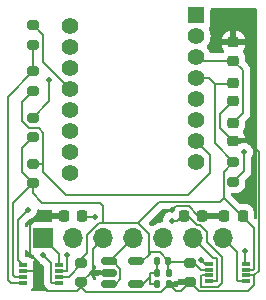
<source format=gbr>
G04 %TF.GenerationSoftware,KiCad,Pcbnew,(6.0.4-0)@% jlc*
G04 %TF.CreationDate,2022-06-11T07:19:30+09:00@% jlc*
G04 %TF.ProjectId,KeyBall,4b657942-616c-46c2-9e6b-696361645f70,rev?@% jlc*
G04 %TF.SameCoordinates,Original@% jlc*
G04 %TF.FileFunction,Copper,L1,Top@% jlc*
G04 %TF.FilePolarity,Positive@% jlc*
%FSLAX46Y46*%
G04 Gerber Fmt 4.6, Leading zero omitted, Abs format (unit mm)*
G04 Created by KiCad (PCBNEW (6.0.4-0)) date 2022-06-11 07:19:30*
%MOMM*%
%LPD*%
G01*
G04 APERTURE LIST*
G04 Aperture macros list*
%AMRoundRect*
0 Rectangle with rounded corners*
0 $1 Rounding radius*
0 $2 $3 $4 $5 $6 $7 $8 $9 X,Y pos of 4 corners*
0 Add a 4 corners polygon primitive as box body*
4,1,4,$2,$3,$4,$5,$6,$7,$8,$9,$2,$3,0*
0 Add four circle primitives for the rounded corners*
1,1,$1+$1,$2,$3*
1,1,$1+$1,$4,$5*
1,1,$1+$1,$6,$7*
1,1,$1+$1,$8,$9*
0 Add four rect primitives between the rounded corners*
20,1,$1+$1,$2,$3,$4,$5,0*
20,1,$1+$1,$4,$5,$6,$7,0*
20,1,$1+$1,$6,$7,$8,$9,0*
20,1,$1+$1,$8,$9,$2,$3,0*%
G04 Aperture macros list end*
G04 %TA.AperFunction,SMDPad,CuDef@% jlc*
%ADD10RoundRect,0.140000X0.140000X0.170000X-0.140000X0.170000X-0.140000X-0.170000X0.140000X-0.170000X0*%
G04 %TD@% jlc*
G04 %TA.AperFunction,SMDPad,CuDef@% jlc*
%ADD11RoundRect,0.135000X-0.135000X-0.185000X0.135000X-0.185000X0.135000X0.185000X-0.135000X0.185000X0*%
G04 %TD@% jlc*
G04 %TA.AperFunction,SMDPad,CuDef@% jlc*
%ADD12RoundRect,0.135000X0.135000X0.185000X-0.135000X0.185000X-0.135000X-0.185000X0.135000X-0.185000X0*%
G04 %TD@% jlc*
G04 %TA.AperFunction,SMDPad,CuDef@% jlc*
%ADD13RoundRect,0.200000X-0.275000X0.200000X-0.275000X-0.200000X0.275000X-0.200000X0.275000X0.200000X0*%
G04 %TD@% jlc*
G04 %TA.AperFunction,SMDPad,CuDef@% jlc*
%ADD14RoundRect,0.225000X-0.250000X0.225000X-0.250000X-0.225000X0.250000X-0.225000X0.250000X0.225000X0*%
G04 %TD@% jlc*
G04 %TA.AperFunction,SMDPad,CuDef@% jlc*
%ADD15R,0.800000X0.300000*%
G04 %TD@% jlc*
G04 %TA.AperFunction,SMDPad,CuDef@% jlc*
%ADD16RoundRect,0.200000X0.275000X-0.200000X0.275000X0.200000X-0.275000X0.200000X-0.275000X-0.200000X0*%
G04 %TD@% jlc*
G04 %TA.AperFunction,SMDPad,CuDef@% jlc*
%ADD17RoundRect,0.225000X0.250000X-0.225000X0.250000X0.225000X-0.250000X0.225000X-0.250000X-0.225000X0*%
G04 %TD@% jlc*
G04 %TA.AperFunction,SMDPad,CuDef@% jlc*
%ADD18RoundRect,0.225000X-0.225000X-0.250000X0.225000X-0.250000X0.225000X0.250000X-0.225000X0.250000X0*%
G04 %TD@% jlc*
G04 %TA.AperFunction,SMDPad,CuDef@% jlc*
%ADD19RoundRect,0.225000X0.225000X0.250000X-0.225000X0.250000X-0.225000X-0.250000X0.225000X-0.250000X0*%
G04 %TD@% jlc*
G04 %TA.AperFunction,ComponentPad@% jlc*
%ADD20R,1.700000X1.700000*%
G04 %TD@% jlc*
G04 %TA.AperFunction,ComponentPad@% jlc*
%ADD21O,1.700000X1.700000*%
G04 %TD@% jlc*
G04 %TA.AperFunction,SMDPad,CuDef@% jlc*
%ADD22RoundRect,0.150000X-0.512500X-0.150000X0.512500X-0.150000X0.512500X0.150000X-0.512500X0.150000X0*%
G04 %TD@% jlc*
G04 %TA.AperFunction,ComponentPad@% jlc*
%ADD23R,1.400000X1.400000*%
G04 %TD@% jlc*
G04 %TA.AperFunction,ComponentPad@% jlc*
%ADD24C,1.400000*%
G04 %TD@% jlc*
G04 %TA.AperFunction,ViaPad@% jlc*
%ADD25C,0.500000*%
G04 %TD@% jlc*
G04 %TA.AperFunction,Conductor@% jlc*
%ADD26C,0.200000*%
G04 %TD@% jlc*
G04 APERTURE END LIST*
D10*
G04 %TO.P,C3,1@% jlc*
G04 %TO.N,/1.9V@% jlc*
X160380000Y-108900000D03*
G04 %TO.P,C3,2@% jlc*
G04 %TO.N,Net-(C3-Pad2)@% jlc*
X159420000Y-108900000D03*
G04 %TD@% jlc*
D11*
G04 %TO.P,R2,1@% jlc*
G04 %TO.N,Net-(C3-Pad2)@% jlc*
X159390000Y-110900000D03*
G04 %TO.P,R2,2@% jlc*
G04 %TO.N,GND@% jlc*
X160410000Y-110900000D03*
G04 %TD@% jlc*
D12*
G04 %TO.P,R1,1@% jlc*
G04 %TO.N,/1.9V@% jlc*
X160410000Y-109900000D03*
G04 %TO.P,R1,2@% jlc*
G04 %TO.N,Net-(C3-Pad2)@% jlc*
X159390000Y-109900000D03*
G04 %TD@% jlc*
D13*
G04 %TO.P,R6,1@% jlc*
G04 %TO.N,/1.9V@% jlc*
X162200000Y-109075000D03*
G04 %TO.P,R6,2@% jlc*
G04 %TO.N,GND@% jlc*
X162200000Y-110725000D03*
G04 %TD@% jlc*
G04 %TO.P,R4,1@% jlc*
G04 %TO.N,/1.9V@% jlc*
X153000000Y-109075000D03*
G04 %TO.P,R4,2@% jlc*
G04 %TO.N,GND@% jlc*
X153000000Y-110725000D03*
G04 %TD@% jlc*
D14*
G04 %TO.P,C6,1@% jlc*
G04 %TO.N,Net-(C5-Pad1)@% jlc*
X165900000Y-97225000D03*
G04 %TO.P,C6,2@% jlc*
G04 %TO.N,GND@% jlc*
X165900000Y-98775000D03*
G04 %TD@% jlc*
D15*
G04 %TO.P,U2,1,B2@% jlc*
G04 %TO.N,/NCS_5@% jlc*
X148050000Y-109250000D03*
G04 %TO.P,U2,2,GND@% jlc*
G04 %TO.N,GND@% jlc*
X148050000Y-109750000D03*
G04 %TO.P,U2,3,VCCA@% jlc*
G04 %TO.N,/1.9V@% jlc*
X148050000Y-110250000D03*
G04 %TO.P,U2,4,A2@% jlc*
G04 %TO.N,/NCS@% jlc*
X148050000Y-110750000D03*
G04 %TO.P,U2,5,A1@% jlc*
G04 %TO.N,/SCLK@% jlc*
X151150000Y-110750000D03*
G04 %TO.P,U2,6,OE@% jlc*
G04 %TO.N,/1.9V@% jlc*
X151150000Y-110250000D03*
G04 %TO.P,U2,7,VCCB@% jlc*
G04 %TO.N,/5V@% jlc*
X151150000Y-109750000D03*
G04 %TO.P,U2,8,B1@% jlc*
G04 %TO.N,/SCLK_5@% jlc*
X151150000Y-109250000D03*
G04 %TD@% jlc*
D16*
G04 %TO.P,R8,1@% jlc*
G04 %TO.N,/1.9V@% jlc*
X148900000Y-98425000D03*
G04 %TO.P,R8,2@% jlc*
G04 %TO.N,Net-(R8-Pad2)@% jlc*
X148900000Y-96775000D03*
G04 %TD@% jlc*
D17*
G04 %TO.P,C5,1@% jlc*
G04 %TO.N,Net-(C5-Pad1)@% jlc*
X165900000Y-91950000D03*
G04 %TO.P,C5,2@% jlc*
G04 %TO.N,GND@% jlc*
X165900000Y-90400000D03*
G04 %TD@% jlc*
D18*
G04 %TO.P,C2,1@% jlc*
G04 %TO.N,/5V@% jlc*
X161725000Y-105100000D03*
G04 %TO.P,C2,2@% jlc*
G04 %TO.N,GND@% jlc*
X163275000Y-105100000D03*
G04 %TD@% jlc*
D13*
G04 %TO.P,R9,1@% jlc*
G04 %TO.N,/NCS@% jlc*
X148900000Y-92875000D03*
G04 %TO.P,R9,2@% jlc*
G04 %TO.N,Net-(R10-Pad2)@% jlc*
X148900000Y-94525000D03*
G04 %TD@% jlc*
D19*
G04 %TO.P,C1,1@% jlc*
G04 %TO.N,/5V@% jlc*
X153075000Y-105100000D03*
G04 %TO.P,C1,2@% jlc*
G04 %TO.N,GND@% jlc*
X151525000Y-105100000D03*
G04 %TD@% jlc*
D15*
G04 %TO.P,U3,1,B2@% jlc*
G04 %TO.N,/MISO_5@% jlc*
X166950000Y-110650000D03*
G04 %TO.P,U3,2,GND@% jlc*
G04 %TO.N,GND@% jlc*
X166950000Y-110150000D03*
G04 %TO.P,U3,3,VCCA@% jlc*
G04 %TO.N,/1.9V@% jlc*
X166950000Y-109650000D03*
G04 %TO.P,U3,4,A2@% jlc*
G04 %TO.N,/MISO@% jlc*
X166950000Y-109150000D03*
G04 %TO.P,U3,5,A1@% jlc*
G04 %TO.N,/MOSI@% jlc*
X163850000Y-109150000D03*
G04 %TO.P,U3,6,OE@% jlc*
G04 %TO.N,/1.9V@% jlc*
X163850000Y-109650000D03*
G04 %TO.P,U3,7,VCCB@% jlc*
G04 %TO.N,/5V@% jlc*
X163850000Y-110150000D03*
G04 %TO.P,U3,8,B1@% jlc*
G04 %TO.N,/MOSI_5@% jlc*
X163850000Y-110650000D03*
G04 %TD@% jlc*
D16*
G04 %TO.P,R7,1@% jlc*
G04 %TO.N,/NCS@% jlc*
X148900000Y-90625000D03*
G04 %TO.P,R7,2@% jlc*
G04 %TO.N,Net-(R7-Pad2)@% jlc*
X148900000Y-88975000D03*
G04 %TD@% jlc*
G04 %TO.P,R10,1@% jlc*
G04 %TO.N,/1.9V@% jlc*
X148900000Y-102325000D03*
G04 %TO.P,R10,2@% jlc*
G04 %TO.N,Net-(R10-Pad2)@% jlc*
X148900000Y-100675000D03*
G04 %TD@% jlc*
D14*
G04 %TO.P,C7,1@% jlc*
G04 %TO.N,/1.9V@% jlc*
X165900000Y-93825000D03*
G04 %TO.P,C7,2@% jlc*
G04 %TO.N,GND@% jlc*
X165900000Y-95375000D03*
G04 %TD@% jlc*
D13*
G04 %TO.P,R11,1@% jlc*
G04 %TO.N,/1.9V@% jlc*
X165900000Y-100575000D03*
G04 %TO.P,R11,2@% jlc*
G04 %TO.N,Net-(R11-Pad2)@% jlc*
X165900000Y-102225000D03*
G04 %TD@% jlc*
D20*
G04 %TO.P,J1,1,Pin_1@% jlc*
G04 %TO.N,/SCLK_5@% jlc*
X149800000Y-107000000D03*
D21*
G04 %TO.P,J1,2,Pin_2@% jlc*
G04 %TO.N,/NCS_5@% jlc*
X152340000Y-107000000D03*
G04 %TO.P,J1,3,Pin_3@% jlc*
G04 %TO.N,GND@% jlc*
X154880000Y-107000000D03*
G04 %TO.P,J1,4,Pin_4@% jlc*
G04 %TO.N,/5V@% jlc*
X157420000Y-107000000D03*
G04 %TO.P,J1,5,Pin_5@% jlc*
G04 %TO.N,GND@% jlc*
X159960000Y-107000000D03*
G04 %TO.P,J1,6,Pin_6@% jlc*
G04 %TO.N,/MOSI_5@% jlc*
X162500000Y-107000000D03*
G04 %TO.P,J1,7,Pin_7@% jlc*
G04 %TO.N,/MISO_5@% jlc*
X165040000Y-107000000D03*
G04 %TD@% jlc*
D22*
G04 %TO.P,U1,1,IN@% jlc*
G04 %TO.N,/5V@% jlc*
X155362500Y-108950000D03*
G04 %TO.P,U1,2,GND@% jlc*
G04 %TO.N,GND@% jlc*
X155362500Y-109900000D03*
G04 %TO.P,U1,3,EN@% jlc*
G04 %TO.N,/5V@% jlc*
X155362500Y-110850000D03*
G04 %TO.P,U1,4,FB@% jlc*
G04 %TO.N,Net-(C3-Pad2)@% jlc*
X157637500Y-110850000D03*
G04 %TO.P,U1,5,OUT@% jlc*
G04 %TO.N,/1.9V@% jlc*
X157637500Y-108950000D03*
G04 %TD@% jlc*
D19*
G04 %TO.P,C4,1@% jlc*
G04 %TO.N,/1.9V@% jlc*
X166675000Y-105100000D03*
G04 %TO.P,C4,2@% jlc*
G04 %TO.N,GND@% jlc*
X165125000Y-105100000D03*
G04 %TD@% jlc*
D23*
G04 %TO.P,U4,1,NC@% jlc*
G04 %TO.N,unconnected-(U4-Pad1)@% jlc*
X162750000Y-88110000D03*
D24*
G04 %TO.P,U4,2,NC@% jlc*
G04 %TO.N,unconnected-(U4-Pad2)@% jlc*
X162750000Y-89890000D03*
G04 %TO.P,U4,3,VDDPIX@% jlc*
G04 %TO.N,Net-(C5-Pad1)@% jlc*
X162750000Y-91670000D03*
G04 %TO.P,U4,4,VDD@% jlc*
G04 %TO.N,/1.9V@% jlc*
X162750000Y-93450000D03*
G04 %TO.P,U4,5,VDDIO@% jlc*
G04 %TO.N,Net-(R11-Pad2)@% jlc*
X162750000Y-95230000D03*
G04 %TO.P,U4,6,NC@% jlc*
G04 %TO.N,unconnected-(U4-Pad6)@% jlc*
X162750000Y-97010000D03*
G04 %TO.P,U4,7,NRESET@% jlc*
G04 %TO.N,Net-(R10-Pad2)@% jlc*
X162750000Y-98790000D03*
G04 %TO.P,U4,8,GND@% jlc*
G04 %TO.N,GND@% jlc*
X162750000Y-100570000D03*
G04 %TO.P,U4,9,MOTION@% jlc*
G04 %TO.N,unconnected-(U4-Pad9)@% jlc*
X152050000Y-101460000D03*
G04 %TO.P,U4,10,SCLK@% jlc*
G04 %TO.N,/SCLK@% jlc*
X152050000Y-99680000D03*
G04 %TO.P,U4,11,MOSI@% jlc*
G04 %TO.N,/MOSI@% jlc*
X152050000Y-97900000D03*
G04 %TO.P,U4,12,MISO@% jlc*
G04 %TO.N,/MISO@% jlc*
X152050000Y-96120000D03*
G04 %TO.P,U4,13,NCS@% jlc*
G04 %TO.N,Net-(R7-Pad2)@% jlc*
X152050000Y-94340000D03*
G04 %TO.P,U4,14,NC@% jlc*
G04 %TO.N,unconnected-(U4-Pad14)@% jlc*
X152050000Y-92560000D03*
G04 %TO.P,U4,15,LED_P@% jlc*
G04 %TO.N,Net-(R8-Pad2)@% jlc*
X152050000Y-90780000D03*
G04 %TO.P,U4,16,NC@% jlc*
G04 %TO.N,unconnected-(U4-Pad16)@% jlc*
X152050000Y-89000000D03*
G04 %TD@% jlc*
D25*
G04 %TO.N,/5V@% jlc*
X160700000Y-105500000D03*
X151800000Y-108400000D03*
X154175500Y-105200000D03*
G04 %TO.N,GND@% jlc*
X160700000Y-104600000D03*
X149394008Y-109974011D03*
G04 %TO.N,/NCS_5@% jlc*
X148500000Y-104600000D03*
G04 %TO.N,Net-(R8-Pad2)@% jlc*
X150292701Y-93607299D03*
G04 %TO.N,Net-(R11-Pad2)@% jlc*
X166800000Y-99700000D03*
G04 %TO.N,/SCLK@% jlc*
X149750500Y-108400000D03*
G04 %TO.N,/MISO@% jlc*
X166920905Y-108087910D03*
G04 %TO.N,/MOSI@% jlc*
X163150500Y-108800000D03*
G04 %TD@% jlc*
D26*
G04 %TO.N,/1.9V@% jlc*
X158775480Y-108375480D02*
X158950960Y-108200000D01*
X158950960Y-108200000D02*
X159680000Y-108200000D01*
X159680000Y-108200000D02*
X160380000Y-108900000D01*
X160380000Y-108900000D02*
X160380000Y-109870000D01*
X160380000Y-109870000D02*
X160410000Y-109900000D01*
G04 %TO.N,Net-(C3-Pad2)@% jlc*
X159420000Y-108900000D02*
X159420000Y-109870000D01*
X159420000Y-109870000D02*
X159390000Y-109900000D01*
G04 %TO.N,GND@% jlc*
X160410000Y-110900000D02*
X161010000Y-111500000D01*
X161010000Y-111500000D02*
X161425000Y-111500000D01*
X161425000Y-111500000D02*
X162200000Y-110725000D01*
X153000000Y-110725000D02*
X153000000Y-111100000D01*
X153000000Y-111100000D02*
X153419520Y-111519520D01*
X153419520Y-111519520D02*
X159790480Y-111519520D01*
X159790480Y-111519520D02*
X160410000Y-110900000D01*
G04 %TO.N,Net-(C3-Pad2)@% jlc*
X158800000Y-109900000D02*
X158800000Y-110300000D01*
X158800000Y-110300000D02*
X158800000Y-110900000D01*
X157637500Y-110850000D02*
X158250000Y-110850000D01*
X158250000Y-110850000D02*
X158800000Y-110300000D01*
X159390000Y-109900000D02*
X158800000Y-109900000D01*
X158800000Y-110900000D02*
X159390000Y-110900000D01*
G04 %TO.N,GND@% jlc*
X149394008Y-109974011D02*
X149394008Y-110758036D01*
X149394008Y-110758036D02*
X150135972Y-111500000D01*
X150135972Y-111500000D02*
X152665000Y-111500000D01*
X152665000Y-111500000D02*
X153000000Y-111165000D01*
G04 %TO.N,Net-(R10-Pad2)@% jlc*
X149800000Y-100650000D02*
X149800000Y-101400000D01*
X149800000Y-101400000D02*
X151749520Y-103349520D01*
X151749520Y-103349520D02*
X162050480Y-103349520D01*
X162050480Y-103349520D02*
X163900000Y-101500000D01*
X163900000Y-101500000D02*
X163900000Y-99940000D01*
X163900000Y-99940000D02*
X162750000Y-98790000D01*
G04 %TO.N,GND@% jlc*
X155362500Y-109900000D02*
X154000000Y-109900000D01*
X154000000Y-109900000D02*
X153825000Y-109900000D01*
X154880000Y-107000000D02*
X154000000Y-107880000D01*
X154000000Y-107880000D02*
X154000000Y-109900000D01*
X153825000Y-109900000D02*
X153000000Y-110725000D01*
G04 %TO.N,/1.9V@% jlc*
X153000000Y-109075000D02*
X153000000Y-109200000D01*
X153000000Y-109200000D02*
X151950000Y-110250000D01*
X151950000Y-110250000D02*
X151150000Y-110250000D01*
G04 %TO.N,/5V@% jlc*
X151800000Y-108400000D02*
X151849511Y-108449511D01*
X151849511Y-109699511D02*
X151799022Y-109750000D01*
X151849511Y-108449511D02*
X151849511Y-109699511D01*
X151799022Y-109750000D02*
X151150000Y-109750000D01*
G04 %TO.N,GND@% jlc*
X162200000Y-110725000D02*
X162974030Y-111499030D01*
X162974030Y-111499030D02*
X167100970Y-111499030D01*
G04 %TO.N,/1.9V@% jlc*
X163850000Y-109650000D02*
X163150000Y-109650000D01*
X162575000Y-109075000D02*
X162200000Y-109075000D01*
X163150000Y-109650000D02*
X162575000Y-109075000D01*
X160380000Y-109000000D02*
X162125000Y-109000000D01*
X162125000Y-109000000D02*
X162200000Y-109075000D01*
G04 %TO.N,/MOSI@% jlc*
X163150500Y-108800000D02*
X163500500Y-109150000D01*
X163500500Y-109150000D02*
X163850000Y-109150000D01*
G04 %TO.N,/5V@% jlc*
X156324520Y-110475480D02*
X155950000Y-110850000D01*
X160700000Y-105500000D02*
X161125000Y-105500000D01*
X163150489Y-111099511D02*
X164614517Y-111099511D01*
X163150489Y-110200489D02*
X163150489Y-111099511D01*
X163100000Y-105900000D02*
X162849511Y-105900000D01*
X162049511Y-105100000D02*
X161725000Y-105100000D01*
X156324520Y-109563803D02*
X156324520Y-110475480D01*
X155362500Y-108950000D02*
X155710717Y-108950000D01*
X163700000Y-106500000D02*
X163100000Y-105900000D01*
X163850000Y-110150000D02*
X163200978Y-110150000D01*
X155950000Y-110850000D02*
X155362500Y-110850000D01*
X164614517Y-111099511D02*
X164949031Y-110764997D01*
X153175000Y-105200000D02*
X153075000Y-105100000D01*
X164949031Y-108549031D02*
X163700000Y-107300000D01*
X161125000Y-105500000D02*
X161925000Y-104700000D01*
X163200978Y-110150000D02*
X163150489Y-110200489D01*
X155710717Y-108950000D02*
X156324520Y-109563803D01*
X162849511Y-105900000D02*
X162049511Y-105100000D01*
X163700000Y-107300000D02*
X163700000Y-106500000D01*
X154175500Y-105200000D02*
X153175000Y-105200000D01*
X164949031Y-110764997D02*
X164949031Y-108549031D01*
X157420000Y-107000000D02*
X155370000Y-109050000D01*
G04 %TO.N,GND@% jlc*
X148650489Y-108350489D02*
X149400000Y-109100000D01*
X164800000Y-96475000D02*
X164800000Y-97675000D01*
X148050000Y-109750000D02*
X149169997Y-109750000D01*
X167664028Y-110150000D02*
X168050480Y-109763548D01*
X168050480Y-109763548D02*
X168050480Y-99657737D01*
X149169997Y-109750000D02*
X149394008Y-109974011D01*
X149400000Y-109100000D02*
X149400000Y-109968019D01*
X162142264Y-104300481D02*
X162941783Y-105100000D01*
X149400978Y-105100000D02*
X148650489Y-105850489D01*
X163275000Y-105100000D02*
X165125000Y-105100000D01*
X164800000Y-97675000D02*
X165900000Y-98775000D01*
X148650489Y-105850489D02*
X148650489Y-108350489D01*
X168050480Y-99657737D02*
X167167743Y-98775000D01*
X149400000Y-109968019D02*
X149394008Y-109974011D01*
X166950000Y-110150000D02*
X167664028Y-110150000D01*
X160999519Y-104300481D02*
X162142264Y-104300481D01*
X167100970Y-111499030D02*
X167649511Y-110950489D01*
X151525000Y-105100000D02*
X149400978Y-105100000D01*
X162941783Y-105100000D02*
X163275000Y-105100000D01*
X165900000Y-95375000D02*
X164800000Y-96475000D01*
X167167743Y-98775000D02*
X165900000Y-98775000D01*
X167649511Y-110200489D02*
X167599022Y-110150000D01*
X167649511Y-110950489D02*
X167649511Y-110200489D01*
X160700000Y-104600000D02*
X160999519Y-104300481D01*
X167599022Y-110150000D02*
X166950000Y-110150000D01*
G04 %TO.N,/1.9V@% jlc*
X148000000Y-101425000D02*
X148000000Y-99325000D01*
X147225490Y-103999510D02*
X147225490Y-110074512D01*
X157637500Y-108950000D02*
X158200960Y-108950000D01*
X165100480Y-101374520D02*
X165100480Y-103586450D01*
X166675000Y-105100000D02*
X166675000Y-105195000D01*
X165900000Y-100575000D02*
X165100480Y-101374520D01*
X148000000Y-99325000D02*
X148900000Y-98425000D01*
X162750000Y-93450000D02*
X163850000Y-93450000D01*
X167649511Y-109599511D02*
X167649511Y-106169511D01*
X164785969Y-103900961D02*
X159599039Y-103900961D01*
X154500000Y-105700000D02*
X157800000Y-105700000D01*
X165100480Y-103586450D02*
X165086930Y-103600000D01*
X166586930Y-105100000D02*
X165086930Y-103600000D01*
X153514511Y-108275489D02*
X153514511Y-106685489D01*
X154900000Y-104300000D02*
X154900000Y-105700000D01*
X164300000Y-93900000D02*
X164300000Y-98975000D01*
X159599039Y-103900961D02*
X157800000Y-105700000D01*
X147225490Y-110074512D02*
X147400978Y-110250000D01*
X166950000Y-109650000D02*
X167599022Y-109650000D01*
X148900000Y-102325000D02*
X148000000Y-101425000D01*
X164300000Y-93900000D02*
X165825000Y-93900000D01*
X166675000Y-105100000D02*
X166586930Y-105100000D01*
X153514511Y-106685489D02*
X154500000Y-105700000D01*
X148900000Y-103200000D02*
X148900000Y-102325000D01*
X165825000Y-93900000D02*
X165900000Y-93825000D01*
X153000000Y-108790000D02*
X153514511Y-108275489D01*
X157800000Y-105700000D02*
X158775480Y-106675480D01*
X148900000Y-103200000D02*
X149700000Y-104000000D01*
X163850000Y-93450000D02*
X164300000Y-93900000D01*
X147400978Y-110250000D02*
X148050000Y-110250000D01*
X148900000Y-102325000D02*
X147225490Y-103999510D01*
X158200960Y-108950000D02*
X158775480Y-108375480D01*
X166675000Y-105195000D02*
X167649511Y-106169511D01*
X165086930Y-103600000D02*
X164785969Y-103900961D01*
X167599022Y-109650000D02*
X167649511Y-109599511D01*
X158775480Y-106675480D02*
X158775480Y-108375480D01*
X149700000Y-104000000D02*
X154600000Y-104000000D01*
X154600000Y-104000000D02*
X154900000Y-104300000D01*
X164300000Y-98975000D02*
X165900000Y-100575000D01*
G04 %TO.N,Net-(C5-Pad1)@% jlc*
X163170000Y-91670000D02*
X162750000Y-91670000D01*
X163450000Y-91950000D02*
X163170000Y-91670000D01*
X165900000Y-91950000D02*
X163450000Y-91950000D01*
X166699520Y-96425480D02*
X166699520Y-92749520D01*
X165900000Y-97225000D02*
X166699520Y-96425480D01*
X166699520Y-92749520D02*
X165900000Y-91950000D01*
G04 %TO.N,/SCLK_5@% jlc*
X151150000Y-108350000D02*
X149800000Y-107000000D01*
X151150000Y-109250000D02*
X151150000Y-108350000D01*
G04 %TO.N,/NCS_5@% jlc*
X147625009Y-105474991D02*
X147625009Y-108825009D01*
X147625009Y-108825009D02*
X148050000Y-109250000D01*
X148500000Y-104600000D02*
X147625009Y-105474991D01*
G04 %TO.N,/MOSI_5@% jlc*
X164524022Y-108700000D02*
X164549511Y-108725489D01*
X164499022Y-110650000D02*
X163850000Y-110650000D01*
X164549511Y-110599511D02*
X164499022Y-110650000D01*
X164549511Y-108725489D02*
X164549511Y-110599511D01*
X162500000Y-107000000D02*
X164200000Y-108700000D01*
X164200000Y-108700000D02*
X164524022Y-108700000D01*
G04 %TO.N,/MISO_5@% jlc*
X166200000Y-110549022D02*
X166200000Y-108160000D01*
X166950000Y-110650000D02*
X166300978Y-110650000D01*
X165040000Y-107000000D02*
X166200000Y-108160000D01*
X166300978Y-110650000D02*
X166200000Y-110549022D01*
G04 %TO.N,/NCS@% jlc*
X148050000Y-110750000D02*
X147035972Y-110750000D01*
X148900000Y-92875000D02*
X148900000Y-90625000D01*
X146775970Y-94999030D02*
X148900000Y-92875000D01*
X147035972Y-110750000D02*
X146775970Y-110489998D01*
X146775970Y-110489998D02*
X146775970Y-94999030D01*
G04 %TO.N,Net-(R7-Pad2)@% jlc*
X148975000Y-88975000D02*
X149800000Y-89800000D01*
X149800000Y-89800000D02*
X149800000Y-92090000D01*
X148900000Y-88975000D02*
X148975000Y-88975000D01*
X149800000Y-92090000D02*
X152050000Y-94340000D01*
G04 %TO.N,Net-(R8-Pad2)@% jlc*
X148900000Y-96775000D02*
X150292701Y-95382299D01*
X150292701Y-95382299D02*
X150292701Y-93607299D01*
G04 %TO.N,Net-(R10-Pad2)@% jlc*
X148900000Y-100675000D02*
X149775000Y-100675000D01*
X149800000Y-100650000D02*
X149775000Y-100675000D01*
X148900000Y-94525000D02*
X148000000Y-95425000D01*
X148000000Y-97100000D02*
X148600480Y-97700480D01*
X148600480Y-97700480D02*
X149400480Y-97700480D01*
X149400480Y-97700480D02*
X149800000Y-98100000D01*
X149800000Y-98100000D02*
X149800000Y-100650000D01*
X148000000Y-95425000D02*
X148000000Y-97100000D01*
G04 %TO.N,Net-(R11-Pad2)@% jlc*
X166800000Y-101325000D02*
X165900000Y-102225000D01*
X166800000Y-99700000D02*
X166800000Y-101325000D01*
G04 %TO.N,/SCLK@% jlc*
X150450489Y-109099989D02*
X150450489Y-110699511D01*
X150450489Y-110699511D02*
X150500978Y-110750000D01*
X150500978Y-110750000D02*
X151150000Y-110750000D01*
X149750500Y-108400000D02*
X150450489Y-109099989D01*
G04 %TO.N,/MISO@% jlc*
X166920905Y-108087910D02*
X166920905Y-109120905D01*
X166920905Y-109120905D02*
X166950000Y-109150000D01*
G04 %TD@% jlc*
G04 %TA.AperFunction,Conductor@% jlc*
G04 %TO.N,GND@% jlc*
G36*
X149135250Y-108864171D02*
G01*
X149167597Y-108888350D01*
X149263955Y-108988132D01*
X149269851Y-108991990D01*
X149366573Y-109055283D01*
X149406346Y-109081310D01*
X149412950Y-109083766D01*
X149412952Y-109083767D01*
X149559231Y-109138168D01*
X149559233Y-109138169D01*
X149565841Y-109140626D01*
X149572826Y-109141558D01*
X149572830Y-109141559D01*
X149593210Y-109144278D01*
X149598270Y-109144953D01*
X149663147Y-109173788D01*
X149670701Y-109180750D01*
X149805084Y-109315132D01*
X149839109Y-109377444D01*
X149841989Y-109404228D01*
X149841989Y-110651375D01*
X149840911Y-110667818D01*
X149836739Y-110699511D01*
X149841989Y-110739391D01*
X149841989Y-110739396D01*
X149847536Y-110781524D01*
X149851087Y-110808498D01*
X149851087Y-110808500D01*
X149856305Y-110848134D01*
X149857651Y-110858362D01*
X149918965Y-111006387D01*
X149923992Y-111012938D01*
X149923993Y-111012940D01*
X149992009Y-111101580D01*
X149992015Y-111101586D01*
X150016502Y-111133498D01*
X150023052Y-111138524D01*
X150023057Y-111138529D01*
X150031912Y-111145324D01*
X150055165Y-111168577D01*
X150061960Y-111177432D01*
X150061965Y-111177437D01*
X150066991Y-111183987D01*
X150098903Y-111208474D01*
X150098906Y-111208477D01*
X150170745Y-111263601D01*
X150173269Y-111265538D01*
X150215136Y-111322876D01*
X150219358Y-111393747D01*
X150184594Y-111455650D01*
X150121881Y-111488931D01*
X150096565Y-111491500D01*
X148886941Y-111491500D01*
X148818820Y-111471498D01*
X148772327Y-111417842D01*
X148762223Y-111347568D01*
X148791717Y-111282988D01*
X148800005Y-111275266D01*
X148799731Y-111274992D01*
X148806081Y-111268642D01*
X148813261Y-111263261D01*
X148900615Y-111146705D01*
X148951745Y-111010316D01*
X148958500Y-110948134D01*
X148958500Y-110551866D01*
X148954344Y-110513606D01*
X148954344Y-110486393D01*
X148954763Y-110482541D01*
X148956016Y-110471000D01*
X148958131Y-110451533D01*
X148958131Y-110451529D01*
X148958500Y-110448134D01*
X148958500Y-110051866D01*
X148954091Y-110011280D01*
X148954091Y-109984067D01*
X148957631Y-109951483D01*
X148958000Y-109944672D01*
X148958000Y-109918115D01*
X148953525Y-109902876D01*
X148927830Y-109880611D01*
X148928288Y-109880082D01*
X148915900Y-109873318D01*
X148900792Y-109853160D01*
X148900614Y-109853294D01*
X148879832Y-109825564D01*
X148854985Y-109759057D01*
X148870039Y-109689675D01*
X148879832Y-109674436D01*
X148895231Y-109653889D01*
X148900614Y-109646706D01*
X148900903Y-109646922D01*
X148947065Y-109600861D01*
X148952418Y-109598647D01*
X148956328Y-109594135D01*
X148957999Y-109586452D01*
X148957999Y-109555330D01*
X148957630Y-109548509D01*
X148954091Y-109515930D01*
X148954091Y-109488716D01*
X148958131Y-109451528D01*
X148958500Y-109448134D01*
X148958500Y-109051866D01*
X148951745Y-108989684D01*
X148955192Y-108989310D01*
X148958096Y-108934080D01*
X148999563Y-108876452D01*
X149065604Y-108850391D01*
X149135250Y-108864171D01*
G37*
G04 %TD.AperFunction@% jlc*
G04 %TA.AperFunction,Conductor@% jlc*
G36*
X162396121Y-110491002D02*
G01*
X162442614Y-110544658D01*
X162454000Y-110597000D01*
X162454000Y-110853000D01*
X162433998Y-110921121D01*
X162380342Y-110967614D01*
X162328000Y-110979000D01*
X161246115Y-110979000D01*
X161230876Y-110983475D01*
X161229671Y-110984865D01*
X161228000Y-110992548D01*
X161228000Y-111028000D01*
X161207998Y-111096121D01*
X161154342Y-111142614D01*
X161102000Y-111154000D01*
X160294500Y-111154000D01*
X160226379Y-111133998D01*
X160179886Y-111080342D01*
X160168500Y-111028001D01*
X160168500Y-110943334D01*
X160168499Y-110854500D01*
X160188501Y-110786380D01*
X160242156Y-110739887D01*
X160294499Y-110728500D01*
X160598618Y-110728499D01*
X160609988Y-110728499D01*
X160646466Y-110725629D01*
X160764548Y-110691323D01*
X160794983Y-110682481D01*
X160794985Y-110682480D01*
X160802596Y-110680269D01*
X160809421Y-110676233D01*
X160809425Y-110676231D01*
X160830873Y-110663547D01*
X160895012Y-110646000D01*
X161158885Y-110646000D01*
X161174124Y-110641525D01*
X161175329Y-110640135D01*
X161177000Y-110632452D01*
X161177000Y-110597000D01*
X161197002Y-110528879D01*
X161250658Y-110482386D01*
X161303000Y-110471000D01*
X162328000Y-110471000D01*
X162396121Y-110491002D01*
G37*
G04 %TD.AperFunction@% jlc*
G04 %TA.AperFunction,Conductor@% jlc*
G36*
X154198585Y-109269652D02*
G01*
X154228703Y-109321774D01*
X154240855Y-109363601D01*
X154244889Y-109370423D01*
X154247128Y-109375596D01*
X154255824Y-109446058D01*
X154247128Y-109475674D01*
X154239107Y-109494210D01*
X154200061Y-109628605D01*
X154200101Y-109642706D01*
X154207370Y-109646000D01*
X154445158Y-109646000D01*
X154509297Y-109663547D01*
X154586399Y-109709145D01*
X154594010Y-109711356D01*
X154594012Y-109711357D01*
X154626368Y-109720757D01*
X154746169Y-109755562D01*
X154752574Y-109756066D01*
X154752579Y-109756067D01*
X154781042Y-109758307D01*
X154781050Y-109758307D01*
X154783498Y-109758500D01*
X155490500Y-109758500D01*
X155558621Y-109778502D01*
X155605114Y-109832158D01*
X155616500Y-109884500D01*
X155616500Y-109915500D01*
X155596498Y-109983621D01*
X155542842Y-110030114D01*
X155490500Y-110041500D01*
X154783498Y-110041500D01*
X154781050Y-110041693D01*
X154781042Y-110041693D01*
X154752579Y-110043933D01*
X154752574Y-110043934D01*
X154746169Y-110044438D01*
X154646231Y-110073472D01*
X154594012Y-110088643D01*
X154594010Y-110088644D01*
X154586399Y-110090855D01*
X154579572Y-110094892D01*
X154579573Y-110094892D01*
X154509297Y-110136453D01*
X154445158Y-110154000D01*
X154213122Y-110154000D01*
X154199591Y-110157973D01*
X154198456Y-110165871D01*
X154239107Y-110305790D01*
X154247128Y-110324326D01*
X154255824Y-110394788D01*
X154247128Y-110424404D01*
X154244889Y-110429577D01*
X154240855Y-110436399D01*
X154238644Y-110444010D01*
X154238643Y-110444012D01*
X154228320Y-110479544D01*
X154190107Y-110539380D01*
X154125610Y-110569057D01*
X154055308Y-110559153D01*
X154001520Y-110512814D01*
X153981851Y-110455918D01*
X153976869Y-110401686D01*
X153974257Y-110388649D01*
X153927285Y-110238757D01*
X153921079Y-110225012D01*
X153840176Y-110091426D01*
X153830869Y-110079557D01*
X153740761Y-109989449D01*
X153706735Y-109927137D01*
X153711800Y-109856322D01*
X153740761Y-109811259D01*
X153836639Y-109715381D01*
X153925472Y-109568699D01*
X153976753Y-109405062D01*
X153982235Y-109345398D01*
X154008385Y-109279394D01*
X154066070Y-109238005D01*
X154136974Y-109234373D01*
X154198585Y-109269652D01*
G37*
G04 %TD.AperFunction@% jlc*
G04 %TA.AperFunction,Conductor@% jlc*
G36*
X148442021Y-107987309D02*
G01*
X148477491Y-108038303D01*
X148499385Y-108096705D01*
X148586739Y-108213261D01*
X148703295Y-108300615D01*
X148839684Y-108351745D01*
X148883339Y-108356487D01*
X148948900Y-108383728D01*
X148989327Y-108442091D01*
X148995130Y-108469454D01*
X149003881Y-108558699D01*
X149020301Y-108608060D01*
X149022823Y-108679009D01*
X148986586Y-108740062D01*
X148923094Y-108771831D01*
X148852505Y-108764230D01*
X148815158Y-108739271D01*
X148813261Y-108736739D01*
X148696705Y-108649385D01*
X148560316Y-108598255D01*
X148498134Y-108591500D01*
X148359509Y-108591500D01*
X148291388Y-108571498D01*
X148244895Y-108517842D01*
X148233509Y-108465500D01*
X148233509Y-108082533D01*
X148253511Y-108014412D01*
X148307167Y-107967919D01*
X148377441Y-107957815D01*
X148442021Y-107987309D01*
G37*
G04 %TD.AperFunction@% jlc*
G04 %TA.AperFunction,Conductor@% jlc*
G36*
X149432424Y-104547803D02*
G01*
X149541149Y-104592838D01*
X149549336Y-104593916D01*
X149549337Y-104593916D01*
X149560542Y-104595391D01*
X149591738Y-104599498D01*
X149660115Y-104608500D01*
X149660118Y-104608500D01*
X149660126Y-104608501D01*
X149691811Y-104612672D01*
X149700000Y-104613750D01*
X149731693Y-104609578D01*
X149748136Y-104608500D01*
X150447184Y-104608500D01*
X150515305Y-104628502D01*
X150561798Y-104682158D01*
X150572528Y-104747342D01*
X150567328Y-104798097D01*
X150567000Y-104804514D01*
X150567000Y-104827885D01*
X150571475Y-104843124D01*
X150572865Y-104844329D01*
X150580548Y-104846000D01*
X151653000Y-104846000D01*
X151721121Y-104866002D01*
X151767614Y-104919658D01*
X151779000Y-104972000D01*
X151779000Y-105228000D01*
X151758998Y-105296121D01*
X151705342Y-105342614D01*
X151653000Y-105354000D01*
X150585115Y-105354000D01*
X150569876Y-105358475D01*
X150568671Y-105359865D01*
X150567000Y-105367548D01*
X150567000Y-105395438D01*
X150567337Y-105401953D01*
X150577606Y-105500916D01*
X150574883Y-105501199D01*
X150570609Y-105559710D01*
X150527977Y-105616482D01*
X150461419Y-105641192D01*
X150452620Y-105641500D01*
X148901866Y-105641500D01*
X148839684Y-105648255D01*
X148703295Y-105699385D01*
X148586739Y-105786739D01*
X148499385Y-105903295D01*
X148496233Y-105911703D01*
X148477491Y-105961697D01*
X148434849Y-106018461D01*
X148368288Y-106043161D01*
X148298939Y-106027954D01*
X148248821Y-105977668D01*
X148233509Y-105917467D01*
X148233509Y-105779230D01*
X148253511Y-105711109D01*
X148270414Y-105690135D01*
X148576621Y-105383928D01*
X148640382Y-105349596D01*
X148646463Y-105348348D01*
X148653483Y-105347709D01*
X148754514Y-105314882D01*
X148808623Y-105297301D01*
X148808626Y-105297300D01*
X148815322Y-105295124D01*
X148961490Y-105207990D01*
X148966584Y-105203139D01*
X148966588Y-105203136D01*
X149033833Y-105139099D01*
X149084721Y-105090639D01*
X149097439Y-105071498D01*
X149136538Y-105012648D01*
X149178891Y-104948902D01*
X149239319Y-104789825D01*
X149259436Y-104646677D01*
X149288724Y-104582004D01*
X149348327Y-104543430D01*
X149419324Y-104543205D01*
X149432424Y-104547803D01*
G37*
G04 %TD.AperFunction@% jlc*
G04 %TA.AperFunction,Conductor@% jlc*
G36*
X160562927Y-104529463D02*
G01*
X160609420Y-104583119D01*
X160619524Y-104653393D01*
X160590030Y-104717973D01*
X160535411Y-104754739D01*
X160381673Y-104807075D01*
X160381670Y-104807076D01*
X160375003Y-104809346D01*
X160369005Y-104813036D01*
X160369003Y-104813037D01*
X160236065Y-104894821D01*
X160236063Y-104894823D01*
X160230066Y-104898512D01*
X160108486Y-105017573D01*
X160104675Y-105023487D01*
X160104673Y-105023489D01*
X160060843Y-105091500D01*
X160016304Y-105160610D01*
X160013894Y-105167232D01*
X159966553Y-105297301D01*
X159958103Y-105320516D01*
X159936775Y-105489343D01*
X159937463Y-105496360D01*
X159937463Y-105496361D01*
X159938683Y-105508806D01*
X159925426Y-105578554D01*
X159876564Y-105630061D01*
X159832344Y-105645654D01*
X159649321Y-105673661D01*
X159639293Y-105676050D01*
X159436868Y-105742212D01*
X159427359Y-105746209D01*
X159238463Y-105844542D01*
X159229738Y-105850036D01*
X159077770Y-105964138D01*
X159011286Y-105989044D01*
X158941890Y-105974052D01*
X158913022Y-105952473D01*
X158749644Y-105789095D01*
X158715618Y-105726783D01*
X158720683Y-105655968D01*
X158749644Y-105610905D01*
X159814183Y-104546366D01*
X159876495Y-104512340D01*
X159903278Y-104509461D01*
X160494806Y-104509461D01*
X160562927Y-104529463D01*
G37*
G04 %TD.AperFunction@% jlc*
G04 %TA.AperFunction,Conductor@% jlc*
G36*
X167833621Y-87528502D02*
G01*
X167880114Y-87582158D01*
X167891500Y-87634500D01*
X167891500Y-105246761D01*
X167871498Y-105314882D01*
X167817842Y-105361375D01*
X167747568Y-105371479D01*
X167682988Y-105341985D01*
X167676405Y-105335856D01*
X167670405Y-105329856D01*
X167636379Y-105267544D01*
X167633500Y-105240761D01*
X167633500Y-104801268D01*
X167632997Y-104796414D01*
X167626803Y-104736720D01*
X167622887Y-104698981D01*
X167596975Y-104621313D01*
X167571073Y-104543676D01*
X167571072Y-104543674D01*
X167568756Y-104536732D01*
X167478752Y-104391287D01*
X167357702Y-104270448D01*
X167212101Y-104180698D01*
X167049757Y-104126851D01*
X167042920Y-104126151D01*
X167042918Y-104126150D01*
X167001599Y-104121917D01*
X166948732Y-104116500D01*
X166516169Y-104116500D01*
X166448048Y-104096498D01*
X166427074Y-104079595D01*
X165745885Y-103398406D01*
X165711859Y-103336094D01*
X165708980Y-103309311D01*
X165708980Y-103259500D01*
X165728982Y-103191379D01*
X165782638Y-103144886D01*
X165834980Y-103133500D01*
X166219943Y-103133499D01*
X166231634Y-103133499D01*
X166234492Y-103133236D01*
X166234501Y-103133236D01*
X166270004Y-103129974D01*
X166305062Y-103126753D01*
X166311441Y-103124754D01*
X166461450Y-103077744D01*
X166461452Y-103077743D01*
X166468699Y-103075472D01*
X166615381Y-102986639D01*
X166736639Y-102865381D01*
X166825472Y-102718699D01*
X166847503Y-102648400D01*
X166874752Y-102561446D01*
X166876753Y-102555062D01*
X166883500Y-102481635D01*
X166883499Y-102154240D01*
X166903501Y-102086120D01*
X166920404Y-102065145D01*
X167196234Y-101789315D01*
X167208625Y-101778448D01*
X167227437Y-101764013D01*
X167233987Y-101758987D01*
X167258474Y-101727075D01*
X167258480Y-101727069D01*
X167326496Y-101638429D01*
X167326497Y-101638427D01*
X167331524Y-101631876D01*
X167359903Y-101563361D01*
X167392838Y-101483850D01*
X167395336Y-101464880D01*
X167408500Y-101364885D01*
X167408500Y-101364878D01*
X167412672Y-101333188D01*
X167413750Y-101325000D01*
X167409578Y-101293307D01*
X167408500Y-101276864D01*
X167408500Y-100192890D01*
X167429552Y-100123163D01*
X167474990Y-100054773D01*
X167478891Y-100048902D01*
X167539319Y-99889825D01*
X167563001Y-99721313D01*
X167563118Y-99712964D01*
X167563244Y-99703961D01*
X167563244Y-99703955D01*
X167563299Y-99700000D01*
X167544331Y-99530892D01*
X167488368Y-99370189D01*
X167482383Y-99360610D01*
X167422694Y-99265090D01*
X167398192Y-99225879D01*
X167278286Y-99105132D01*
X167236200Y-99078423D01*
X167158321Y-99029000D01*
X167134608Y-99013951D01*
X166974300Y-98956868D01*
X166805329Y-98936720D01*
X166798326Y-98937456D01*
X166798325Y-98937456D01*
X166643101Y-98953770D01*
X166643097Y-98953771D01*
X166636093Y-98954507D01*
X166475003Y-99009346D01*
X166468999Y-99013040D01*
X166462632Y-99016036D01*
X166461524Y-99013682D01*
X166407403Y-99029000D01*
X165772000Y-99029000D01*
X165703879Y-99008998D01*
X165657386Y-98955342D01*
X165646000Y-98903000D01*
X165646000Y-98647000D01*
X165666002Y-98578879D01*
X165719658Y-98532386D01*
X165772000Y-98521000D01*
X166864885Y-98521000D01*
X166880124Y-98516525D01*
X166881329Y-98515135D01*
X166883000Y-98507452D01*
X166883000Y-98504562D01*
X166882663Y-98498047D01*
X166873106Y-98405943D01*
X166870212Y-98392544D01*
X166820619Y-98243893D01*
X166814445Y-98230714D01*
X166732212Y-98097827D01*
X166718629Y-98080689D01*
X166720559Y-98079159D01*
X166692097Y-98027120D01*
X166697113Y-97956301D01*
X166720799Y-97919383D01*
X166719843Y-97918628D01*
X166724381Y-97912882D01*
X166729552Y-97907702D01*
X166734300Y-97900000D01*
X166815462Y-97768331D01*
X166815463Y-97768329D01*
X166819302Y-97762101D01*
X166873149Y-97599757D01*
X166876781Y-97564314D01*
X166879888Y-97533987D01*
X166883500Y-97498732D01*
X166883500Y-97154239D01*
X166903502Y-97086118D01*
X166920405Y-97065144D01*
X167095754Y-96889795D01*
X167108145Y-96878928D01*
X167126957Y-96864493D01*
X167133507Y-96859467D01*
X167157994Y-96827555D01*
X167158000Y-96827549D01*
X167226016Y-96738909D01*
X167226017Y-96738907D01*
X167231044Y-96732356D01*
X167271808Y-96633943D01*
X167289199Y-96591958D01*
X167289199Y-96591957D01*
X167292358Y-96584331D01*
X167296340Y-96554080D01*
X167308020Y-96465365D01*
X167308020Y-96465360D01*
X167313270Y-96425480D01*
X167309098Y-96393787D01*
X167308020Y-96377344D01*
X167308020Y-92797656D01*
X167309098Y-92781210D01*
X167312192Y-92757708D01*
X167313270Y-92749520D01*
X167308020Y-92709640D01*
X167308020Y-92709635D01*
X167305369Y-92689496D01*
X167294411Y-92606261D01*
X167294410Y-92606259D01*
X167292358Y-92590670D01*
X167292358Y-92590669D01*
X167231044Y-92442644D01*
X167157997Y-92347448D01*
X167157994Y-92347445D01*
X167133507Y-92315533D01*
X167126952Y-92310503D01*
X167108141Y-92296068D01*
X167095750Y-92285201D01*
X166920405Y-92109856D01*
X166886379Y-92047544D01*
X166883500Y-92020761D01*
X166883500Y-91676268D01*
X166872887Y-91573981D01*
X166818756Y-91411732D01*
X166728752Y-91266287D01*
X166723570Y-91261114D01*
X166719023Y-91255377D01*
X166720830Y-91253945D01*
X166692098Y-91201425D01*
X166697108Y-91130605D01*
X166720499Y-91094147D01*
X166719448Y-91093317D01*
X166732998Y-91076160D01*
X166815004Y-90943120D01*
X166821151Y-90929939D01*
X166870491Y-90781186D01*
X166873358Y-90767810D01*
X166882672Y-90676903D01*
X166882929Y-90671874D01*
X166878525Y-90656876D01*
X166877135Y-90655671D01*
X166869452Y-90654000D01*
X164935115Y-90654000D01*
X164919876Y-90658475D01*
X164918671Y-90659865D01*
X164917000Y-90667548D01*
X164917000Y-90670438D01*
X164917337Y-90676953D01*
X164926894Y-90769057D01*
X164929788Y-90782456D01*
X164979381Y-90931107D01*
X164985555Y-90944286D01*
X165067788Y-91077173D01*
X165081371Y-91094311D01*
X165079441Y-91095841D01*
X165107903Y-91147880D01*
X165102887Y-91218699D01*
X165079201Y-91255617D01*
X165080157Y-91256372D01*
X165075620Y-91262117D01*
X165070448Y-91267298D01*
X165066606Y-91273530D01*
X165066605Y-91273532D01*
X165061621Y-91281617D01*
X165008848Y-91329110D01*
X164954362Y-91341500D01*
X164009122Y-91341500D01*
X163941001Y-91321498D01*
X163894508Y-91267842D01*
X163891225Y-91259826D01*
X163889956Y-91255090D01*
X163861894Y-91194910D01*
X163802912Y-91068423D01*
X163802910Y-91068420D01*
X163800589Y-91063442D01*
X163679301Y-90890224D01*
X163658172Y-90869095D01*
X163624146Y-90806783D01*
X163629211Y-90735968D01*
X163658172Y-90690905D01*
X163679301Y-90669776D01*
X163800589Y-90496558D01*
X163859418Y-90370400D01*
X163887633Y-90309892D01*
X163887634Y-90309891D01*
X163889956Y-90304910D01*
X163933307Y-90143124D01*
X163937326Y-90128126D01*
X164917071Y-90128126D01*
X164921475Y-90143124D01*
X164922865Y-90144329D01*
X164930548Y-90146000D01*
X165627885Y-90146000D01*
X165643124Y-90141525D01*
X165644329Y-90140135D01*
X165646000Y-90132452D01*
X165646000Y-90127885D01*
X166154000Y-90127885D01*
X166158475Y-90143124D01*
X166159865Y-90144329D01*
X166167548Y-90146000D01*
X166864885Y-90146000D01*
X166880124Y-90141525D01*
X166881329Y-90140135D01*
X166883000Y-90132452D01*
X166883000Y-90129562D01*
X166882663Y-90123047D01*
X166873106Y-90030943D01*
X166870212Y-90017544D01*
X166820619Y-89868893D01*
X166814445Y-89855714D01*
X166732212Y-89722827D01*
X166723176Y-89711426D01*
X166612571Y-89601014D01*
X166601160Y-89592002D01*
X166468120Y-89509996D01*
X166454939Y-89503849D01*
X166306186Y-89454509D01*
X166292810Y-89451642D01*
X166201903Y-89442328D01*
X166195486Y-89442000D01*
X166172115Y-89442000D01*
X166156876Y-89446475D01*
X166155671Y-89447865D01*
X166154000Y-89455548D01*
X166154000Y-90127885D01*
X165646000Y-90127885D01*
X165646000Y-89460115D01*
X165641525Y-89444876D01*
X165640135Y-89443671D01*
X165632452Y-89442000D01*
X165604562Y-89442000D01*
X165598047Y-89442337D01*
X165505943Y-89451894D01*
X165492544Y-89454788D01*
X165343893Y-89504381D01*
X165330714Y-89510555D01*
X165197827Y-89592788D01*
X165186426Y-89601824D01*
X165076014Y-89712429D01*
X165067002Y-89723840D01*
X164984996Y-89856880D01*
X164978849Y-89870061D01*
X164929509Y-90018814D01*
X164926642Y-90032190D01*
X164917328Y-90123097D01*
X164917071Y-90128126D01*
X163937326Y-90128126D01*
X163943262Y-90105970D01*
X163943262Y-90105968D01*
X163944686Y-90100655D01*
X163963116Y-89890000D01*
X163944686Y-89679345D01*
X163934452Y-89641150D01*
X163891379Y-89480400D01*
X163891378Y-89480398D01*
X163889956Y-89475090D01*
X163880844Y-89455548D01*
X163842148Y-89372565D01*
X163805678Y-89294355D01*
X163795017Y-89224165D01*
X163819047Y-89165541D01*
X163895229Y-89063891D01*
X163900615Y-89056705D01*
X163951745Y-88920316D01*
X163958500Y-88858134D01*
X163958500Y-87634500D01*
X163978502Y-87566379D01*
X164032158Y-87519886D01*
X164084500Y-87508500D01*
X167765500Y-87508500D01*
X167833621Y-87528502D01*
G37*
G04 %TD.AperFunction@% jlc*
G04 %TA.AperFunction,Conductor@% jlc*
G36*
X165321121Y-104866002D02*
G01*
X165367614Y-104919658D01*
X165379000Y-104972000D01*
X165379000Y-105228000D01*
X165358998Y-105296121D01*
X165305342Y-105342614D01*
X165253000Y-105354000D01*
X163396991Y-105354000D01*
X163348773Y-105344409D01*
X163258851Y-105307162D01*
X163250664Y-105306084D01*
X163250663Y-105306084D01*
X163239458Y-105304609D01*
X163139932Y-105291506D01*
X163139925Y-105291505D01*
X163139885Y-105291500D01*
X163139880Y-105291500D01*
X163138165Y-105291274D01*
X163073237Y-105262559D01*
X163065506Y-105255446D01*
X163057905Y-105247845D01*
X163023879Y-105185533D01*
X163021000Y-105158750D01*
X163021000Y-104972000D01*
X163041002Y-104903879D01*
X163094658Y-104857386D01*
X163147000Y-104846000D01*
X165253000Y-104846000D01*
X165321121Y-104866002D01*
G37*
G04 %TD.AperFunction@% jlc*
G04 %TD@% jlc*
M02*

</source>
